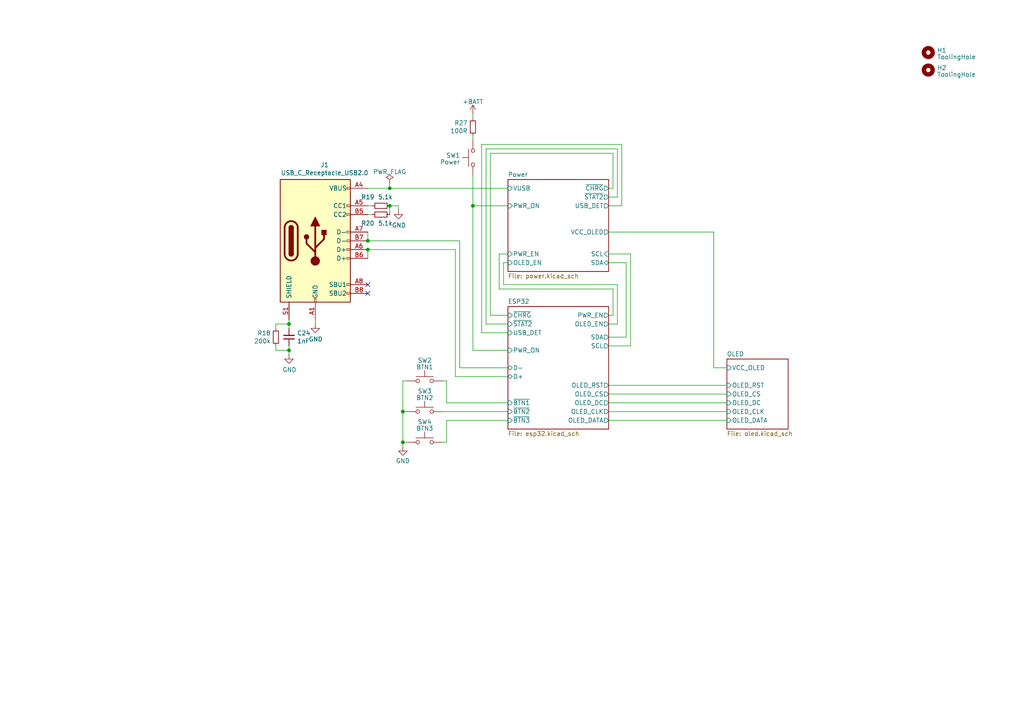
<source format=kicad_sch>
(kicad_sch (version 20230121) (generator eeschema)
  (paper "A4")
  (lib_symbols
    (symbol "Connector:USB_C_Receptacle_USB2.0" (pin_names (offset 1.016))
      (property "Reference" "J" (at -10.16 19.05 0))
      (property "Value" "USB_C_Receptacle_USB2.0" (at 19.05 19.05 0))
      (symbol "USB_C_Receptacle_USB2.0_0_0"
        (rectangle (start -0.254 -17.78) (end 0.254 -16.764))
        (rectangle (start 10.16 -14.986) (end 9.144 -15.494))
        (rectangle (start 10.16 -12.446) (end 9.144 -12.954))
        (rectangle (start 10.16 -4.826) (end 9.144 -5.334))
        (rectangle (start 10.16 -2.286) (end 9.144 -2.794))
        (rectangle (start 10.16 0.254) (end 9.144 -0.254))
        (rectangle (start 10.16 2.794) (end 9.144 2.286))
        (rectangle (start 10.16 7.874) (end 9.144 7.366))
        (rectangle (start 10.16 10.414) (end 9.144 9.906))
        (rectangle (start 10.16 15.494) (end 9.144 14.986))
      )
      (symbol "USB_C_Receptacle_USB2.0_0_1"
        (rectangle (start -10.16 17.78) (end 10.16 -17.78) (stroke (width 0.254)) (fill (type background)))
        (arc (start -8.89 -3.81) (mid -6.985 -5.7067) (end -5.08 -3.81) (stroke (width 0.508)))
        (arc (start -7.62 -3.81) (mid -6.985 -4.4423) (end -6.35 -3.81) (stroke (width 0.254)))
        (arc (start -7.62 -3.81) (mid -6.985 -4.4423) (end -6.35 -3.81) (stroke (width 0.254)) (fill (type outline)))
        (rectangle (start -7.62 -3.81) (end -6.35 3.81) (stroke (width 0.254)) (fill (type outline)))
        (arc (start -6.35 3.81) (mid -6.985 4.4423) (end -7.62 3.81) (stroke (width 0.254)))
        (arc (start -6.35 3.81) (mid -6.985 4.4423) (end -7.62 3.81) (stroke (width 0.254)) (fill (type outline)))
        (arc (start -5.08 3.81) (mid -6.985 5.7067) (end -8.89 3.81) (stroke (width 0.508)))
        (circle (center -2.54 1.143) (radius 0.635) (stroke (width 0.254)) (fill (type outline)))
        (circle (center 0 -5.842) (radius 1.27) (fill (type outline)))
        (polyline (pts (xy -8.89 -3.81) (xy -8.89 3.81)) (stroke (width 0.508)))
        (polyline (pts (xy -5.08 3.81) (xy -5.08 -3.81)) (stroke (width 0.508)))
        (polyline (pts (xy 0 -5.842) (xy 0 4.318)) (stroke (width 0.508)))
        (polyline (pts (xy 0 -3.302) (xy -2.54 -0.762) (xy -2.54 0.508)) (stroke (width 0.508)))
        (polyline (pts (xy 0 -2.032) (xy 2.54 0.508) (xy 2.54 1.778)) (stroke (width 0.508)))
        (polyline (pts (xy -1.27 4.318) (xy 0 6.858) (xy 1.27 4.318) (xy -1.27 4.318)) (stroke (width 0.254)) (fill (type outline)))
        (rectangle (start 1.905 1.778) (end 3.175 3.048) (stroke (width 0.254)) (fill (type outline)))
      )
      (symbol "USB_C_Receptacle_USB2.0_1_1"
        (pin passive line (at 0 -22.86 90) (length 5.08) (name "GND") (number "A1"))
        (pin passive line (at 0 -22.86 90) (length 5.08) hide (name "GND") (number "A12"))
        (pin passive line (at 15.24 15.24 180) (length 5.08) (name "VBUS") (number "A4"))
        (pin bidirectional line (at 15.24 10.16 180) (length 5.08) (name "CC1") (number "A5"))
        (pin bidirectional line (at 15.24 -2.54 180) (length 5.08) (name "D+") (number "A6"))
        (pin bidirectional line (at 15.24 2.54 180) (length 5.08) (name "D-") (number "A7"))
        (pin bidirectional line (at 15.24 -12.7 180) (length 5.08) (name "SBU1") (number "A8"))
        (pin passive line (at 15.24 15.24 180) (length 5.08) hide (name "VBUS") (number "A9"))
        (pin passive line (at 0 -22.86 90) (length 5.08) hide (name "GND") (number "B1"))
        (pin passive line (at 0 -22.86 90) (length 5.08) hide (name "GND") (number "B12"))
        (pin passive line (at 15.24 15.24 180) (length 5.08) hide (name "VBUS") (number "B4"))
        (pin bidirectional line (at 15.24 7.62 180) (length 5.08) (name "CC2") (number "B5"))
        (pin bidirectional line (at 15.24 -5.08 180) (length 5.08) (name "D+") (number "B6"))
        (pin bidirectional line (at 15.24 0 180) (length 5.08) (name "D-") (number "B7"))
        (pin bidirectional line (at 15.24 -15.24 180) (length 5.08) (name "SBU2") (number "B8"))
        (pin passive line (at 15.24 15.24 180) (length 5.08) hide (name "VBUS") (number "B9"))
        (pin passive line (at -7.62 -22.86 90) (length 5.08) (name "SHIELD") (number "S1"))
      )
    )
    (symbol "Device:C_Small" (pin_numbers hide) (pin_names (offset 0.254) hide)
      (property "Reference" "C" (at 0.254 1.778 0))
      (property "Value" "C_Small" (at 0.254 -2.032 0))
      (symbol "C_Small_0_1"
        (polyline (pts (xy -1.524 -0.508) (xy 1.524 -0.508)) (stroke (width 0.3302)))
        (polyline (pts (xy -1.524 0.508) (xy 1.524 0.508)) (stroke (width 0.3048)))
      )
      (symbol "C_Small_1_1"
        (pin passive line (at 0 2.54 270) (length 2.032) (name "~") (number "1"))
        (pin passive line (at 0 -2.54 90) (length 2.032) (name "~") (number "2"))
      )
    )
    (symbol "Device:R_Small" (pin_numbers hide) (pin_names (offset 0.254) hide)
      (property "Reference" "R" (at 0.762 0.508 0))
      (property "Value" "R_Small" (at 0.762 -1.016 0))
      (symbol "R_Small_0_1"
        (rectangle (start -0.762 1.778) (end 0.762 -1.778) (stroke (width 0.2032)))
      )
      (symbol "R_Small_1_1"
        (pin passive line (at 0 2.54 270) (length 0.762) (name "~") (number "1"))
        (pin passive line (at 0 -2.54 90) (length 0.762) (name "~") (number "2"))
      )
    )
    (symbol "Mechanical:MountingHole" (pin_names (offset 1.016))
      (property "Reference" "H" (at 0 5.08 0))
      (property "Value" "MountingHole" (at 0 3.175 0))
      (symbol "MountingHole_0_1"
        (circle (center 0 0) (radius 1.27) (stroke (width 1.27)))
      )
    )
    (symbol "Switch:SW_Push" (pin_numbers hide) (pin_names (offset 1.016) hide)
      (property "Reference" "SW" (at 1.27 2.54 0))
      (property "Value" "SW_Push" (at 0 -1.524 0))
      (symbol "SW_Push_0_1"
        (circle (center -2.032 0) (radius 0.508))
        (polyline (pts (xy 0 1.27) (xy 0 3.048)))
        (polyline (pts (xy 2.54 1.27) (xy -2.54 1.27)))
        (circle (center 2.032 0) (radius 0.508))
        (pin passive line (at -5.08 0 0) (length 2.54) (name "1") (number "1"))
        (pin passive line (at 5.08 0 180) (length 2.54) (name "2") (number "2"))
      )
    )
    (symbol "power:+BATT" (power) (pin_names (offset 0))
      (property "Value" "+BATT" (at 0 3.556 0))
      (symbol "+BATT_0_1"
        (polyline (pts (xy -0.762 1.27) (xy 0 2.54)))
        (polyline (pts (xy 0 0) (xy 0 2.54)))
        (polyline (pts (xy 0 2.54) (xy 0.762 1.27)))
      )
      (symbol "+BATT_1_1"
        (pin power_in line (at 0 0 90) (length 0) hide (name "+BATT") (number "1"))
      )
    )
    (symbol "power:GND" (power) (pin_names (offset 0))
      (property "Value" "GND" (at 0 -3.81 0))
      (symbol "GND_0_1"
        (polyline (pts (xy 0 0) (xy 0 -1.27) (xy 1.27 -1.27) (xy 0 -2.54) (xy -1.27 -1.27) (xy 0 -1.27)))
      )
      (symbol "GND_1_1"
        (pin power_in line (at 0 0 270) (length 0) hide (name "GND") (number "1"))
      )
    )
    (symbol "power:PWR_FLAG" (power) (pin_numbers hide) (pin_names (offset 0) hide)
      (property "Value" "PWR_FLAG" (at 0 3.81 0))
      (symbol "PWR_FLAG_0_0"
        (pin power_out line (at 0 0 90) (length 0) (name "pwr") (number "1"))
      )
      (symbol "PWR_FLAG_0_1"
        (polyline (pts (xy 0 0) (xy 0 1.27) (xy -1.016 1.905) (xy 0 2.54) (xy 1.016 1.905) (xy 0 1.27)))
      )
    )
  )
  (junction (at 113.03 54.61))
  (junction (at 106.68 69.85))
  (junction (at 137.16 59.69))
  (junction (at 116.84 128.27))
  (junction (at 83.82 101.6))
  (junction (at 113.03 59.69))
  (junction (at 106.68 72.39))
  (junction (at 116.84 119.38))
  (junction (at 83.82 93.98))
  (no_connect (at 106.68 82.55))
  (no_connect (at 106.68 85.09))
  (wire (pts (xy 80.01 100.33) (xy 80.01 101.6)))
  (wire (pts (xy 147.32 91.44) (xy 142.24 91.44)))
  (wire (pts (xy 106.68 54.61) (xy 113.03 54.61)))
  (wire (pts (xy 142.24 44.45) (xy 177.8 44.45)))
  (wire (pts (xy 113.03 53.34) (xy 113.03 54.61)))
  (wire (pts (xy 83.82 93.98) (xy 80.01 93.98)))
  (wire (pts (xy 113.03 54.61) (xy 147.32 54.61)))
  (wire (pts (xy 116.84 119.38) (xy 116.84 110.49)))
  (wire (pts (xy 139.7 96.52) (xy 139.7 41.91)))
  (wire (pts (xy 176.53 121.92) (xy 210.82 121.92)))
  (wire (pts (xy 147.32 109.22) (xy 132.08 109.22)))
  (wire (pts (xy 147.32 106.68) (xy 133.35 106.68)))
  (wire (pts (xy 106.68 72.39) (xy 132.08 72.39)))
  (wire (pts (xy 91.44 93.98) (xy 91.44 92.71)))
  (wire (pts (xy 116.84 128.27) (xy 118.11 128.27)))
  (wire (pts (xy 176.53 59.69) (xy 180.34 59.69)))
  (wire (pts (xy 181.61 76.2) (xy 181.61 97.79)))
  (wire (pts (xy 115.57 59.69) (xy 115.57 60.96)))
  (wire (pts (xy 140.97 93.98) (xy 147.32 93.98)))
  (wire (pts (xy 176.53 57.15) (xy 179.07 57.15)))
  (wire (pts (xy 177.8 44.45) (xy 177.8 54.61)))
  (wire (pts (xy 179.07 43.18) (xy 140.97 43.18)))
  (wire (pts (xy 137.16 50.8) (xy 137.16 59.69)))
  (wire (pts (xy 180.34 41.91) (xy 180.34 59.69)))
  (wire (pts (xy 142.24 44.45) (xy 142.24 91.44)))
  (wire (pts (xy 146.05 82.55) (xy 179.07 82.55)))
  (wire (pts (xy 207.01 67.31) (xy 207.01 106.68)))
  (wire (pts (xy 144.78 73.66) (xy 144.78 83.82)))
  (wire (pts (xy 182.88 73.66) (xy 176.53 73.66)))
  (wire (pts (xy 176.53 114.3) (xy 210.82 114.3)))
  (wire (pts (xy 80.01 93.98) (xy 80.01 95.25)))
  (wire (pts (xy 129.54 110.49) (xy 128.27 110.49)))
  (wire (pts (xy 113.03 59.69) (xy 115.57 59.69)))
  (wire (pts (xy 207.01 106.68) (xy 210.82 106.68)))
  (wire (pts (xy 106.68 72.39) (xy 106.68 74.93)))
  (wire (pts (xy 176.53 93.98) (xy 179.07 93.98)))
  (wire (pts (xy 128.27 119.38) (xy 147.32 119.38)))
  (wire (pts (xy 176.53 76.2) (xy 181.61 76.2)))
  (wire (pts (xy 146.05 76.2) (xy 146.05 82.55)))
  (wire (pts (xy 116.84 119.38) (xy 118.11 119.38)))
  (wire (pts (xy 83.82 102.87) (xy 83.82 101.6)))
  (wire (pts (xy 176.53 100.33) (xy 182.88 100.33)))
  (wire (pts (xy 176.53 116.84) (xy 210.82 116.84)))
  (wire (pts (xy 80.01 101.6) (xy 83.82 101.6)))
  (wire (pts (xy 137.16 39.37) (xy 137.16 40.64)))
  (wire (pts (xy 176.53 119.38) (xy 210.82 119.38)))
  (wire (pts (xy 106.68 69.85) (xy 133.35 69.85)))
  (wire (pts (xy 106.68 67.31) (xy 106.68 69.85)))
  (wire (pts (xy 176.53 111.76) (xy 210.82 111.76)))
  (wire (pts (xy 129.54 121.92) (xy 147.32 121.92)))
  (wire (pts (xy 146.05 76.2) (xy 147.32 76.2)))
  (wire (pts (xy 129.54 116.84) (xy 147.32 116.84)))
  (wire (pts (xy 116.84 110.49) (xy 118.11 110.49)))
  (wire (pts (xy 177.8 83.82) (xy 177.8 91.44)))
  (wire (pts (xy 144.78 83.82) (xy 177.8 83.82)))
  (wire (pts (xy 133.35 69.85) (xy 133.35 106.68)))
  (wire (pts (xy 179.07 57.15) (xy 179.07 43.18)))
  (wire (pts (xy 107.95 59.69) (xy 106.68 59.69)))
  (wire (pts (xy 144.78 73.66) (xy 147.32 73.66)))
  (wire (pts (xy 116.84 129.54) (xy 116.84 128.27)))
  (wire (pts (xy 116.84 128.27) (xy 116.84 119.38)))
  (wire (pts (xy 179.07 82.55) (xy 179.07 93.98)))
  (wire (pts (xy 176.53 97.79) (xy 181.61 97.79)))
  (wire (pts (xy 83.82 95.25) (xy 83.82 93.98)))
  (wire (pts (xy 182.88 73.66) (xy 182.88 100.33)))
  (wire (pts (xy 132.08 72.39) (xy 132.08 109.22)))
  (wire (pts (xy 139.7 41.91) (xy 180.34 41.91)))
  (wire (pts (xy 147.32 101.6) (xy 137.16 101.6)))
  (wire (pts (xy 137.16 33.02) (xy 137.16 34.29)))
  (wire (pts (xy 140.97 43.18) (xy 140.97 93.98)))
  (wire (pts (xy 128.27 128.27) (xy 129.54 128.27)))
  (wire (pts (xy 129.54 121.92) (xy 129.54 128.27)))
  (wire (pts (xy 113.03 62.23) (xy 113.03 59.69)))
  (wire (pts (xy 137.16 59.69) (xy 147.32 59.69)))
  (wire (pts (xy 83.82 101.6) (xy 83.82 100.33)))
  (wire (pts (xy 147.32 96.52) (xy 139.7 96.52)))
  (wire (pts (xy 106.68 62.23) (xy 107.95 62.23)))
  (wire (pts (xy 177.8 54.61) (xy 176.53 54.61)))
  (wire (pts (xy 83.82 93.98) (xy 83.82 92.71)))
  (wire (pts (xy 129.54 116.84) (xy 129.54 110.49)))
  (wire (pts (xy 176.53 67.31) (xy 207.01 67.31)))
  (wire (pts (xy 137.16 59.69) (xy 137.16 101.6)))
  (wire (pts (xy 176.53 91.44) (xy 177.8 91.44)))
  (symbol (lib_id "Switch:SW_Push") (at 123.19 128.27 0) (unit 1)
    (property "Reference" "SW4" (at 123.19 122.3391 0))
    (property "Value" "BTN3" (at 123.19 124.2601 0))
    (property "Footprint" "Button_Switch_SMD:SW_SPST_B3U-3000P-B" (effects hide))
    (property "Datasheet" "https://www.mouser.de/datasheet/2/307/en-b3u-3615.pdf" (effects hide))
  )
  (symbol (lib_id "power:GND") (at 116.84 129.54 0) (unit 1)
    (property "Reference" "#PWR071" (effects hide))
    (property "Value" "GND" (at 116.84 133.6755 0))
  )
  (symbol (lib_id "Device:R_Small") (at 110.49 59.69 90) (mirror x) (unit 1)
    (property "Reference" "R19" (at 106.68 57.15 90))
    (property "Value" "5.1k" (at 111.76 57.15 90))
    (property "Footprint" "Resistor_SMD:R_0402_1005Metric" (effects hide))
    (property "LCSC" "C25905" (effects hide))
  )
  (symbol (lib_id "Device:C_Small") (at 83.82 97.79 180) (unit 1)
    (property "Reference" "C24" (at 86.1568 96.6216 0) (effects (justify right)))
    (property "Value" "1nF" (at 86.1568 98.933 0) (effects (justify right)))
    (property "Footprint" "Capacitor_SMD:C_1206_3216Metric" (effects hide))
    (property "LCSC" "C35216" (effects hide))
  )
  (symbol (lib_id "Device:R_Small") (at 80.01 97.79 0) (mirror x) (unit 1)
    (property "Reference" "R18" (at 78.5368 96.6216 0) (effects (justify right)))
    (property "Value" "200k" (at 78.5368 98.933 0) (effects (justify right)))
    (property "Footprint" "Resistor_SMD:R_0805_2012Metric" (effects hide))
    (property "LCSC" "C17539" (effects hide))
  )
  (symbol (lib_id "power:+BATT") (at 137.16 33.02 0) (mirror y) (unit 1)
    (property "Reference" "#PWR053" (effects hide))
    (property "Value" "+BATT" (at 137.16 29.5181 0))
  )
  (symbol (lib_id "Mechanical:MountingHole") (at 269.24 20.32 0) (unit 1)
    (property "Reference" "H2" (at 271.78 19.6763 0) (effects (justify left)))
    (property "Value" "ToolingHole" (at 271.78 21.5973 0) (effects (justify left)))
    (property "Footprint" "ToolingHole:ToolingHole_JLCSMT" (effects hide))
  )
  (symbol (lib_id "power:PWR_FLAG") (at 113.03 53.34 0) (unit 1)
    (property "Reference" "#FLG01" (effects hide))
    (property "Value" "PWR_FLAG" (at 113.03 49.8381 0))
  )
  (symbol (lib_id "Switch:SW_Push") (at 123.19 110.49 0) (unit 1)
    (property "Reference" "SW2" (at 123.19 104.5591 0))
    (property "Value" "BTN1" (at 123.19 106.4801 0))
    (property "Footprint" "Button_Switch_SMD:SW_SPST_B3U-3000P-B" (effects hide))
    (property "Datasheet" "https://www.mouser.de/datasheet/2/307/en-b3u-3615.pdf" (effects hide))
  )
  (symbol (lib_id "Switch:SW_Push") (at 137.16 45.72 90) (mirror x) (unit 1)
    (property "Reference" "SW1" (at 133.477 45.0763 90) (effects (justify left)))
    (property "Value" "Power" (at 133.477 46.9973 90) (effects (justify left)))
    (property "Footprint" "Button_Switch_SMD:SW_SPST_B3U-3000P-B" (effects hide))
    (property "Datasheet" "https://www.mouser.de/datasheet/2/307/en-b3u-3615.pdf" (effects hide))
  )
  (symbol (lib_id "Mechanical:MountingHole") (at 269.24 15.24 0) (unit 1)
    (property "Reference" "H1" (at 271.78 14.5963 0) (effects (justify left)))
    (property "Value" "ToolingHole" (at 271.78 16.5173 0) (effects (justify left)))
    (property "Footprint" "ToolingHole:ToolingHole_JLCSMT" (effects hide))
  )
  (symbol (lib_id "Device:R_Small") (at 110.49 62.23 270) (mirror x) (unit 1)
    (property "Reference" "R20" (at 106.68 64.77 90))
    (property "Value" "5.1k" (at 111.76 64.77 90))
    (property "Footprint" "Resistor_SMD:R_0402_1005Metric" (effects hide))
    (property "LCSC" "C25905" (effects hide))
  )
  (symbol (lib_id "power:GND") (at 91.44 93.98 0) (unit 1)
    (property "Reference" "#PWR057" (effects hide))
    (property "Value" "GND" (at 91.567 98.3742 0))
  )
  (symbol (lib_id "power:GND") (at 83.82 102.87 0) (unit 1)
    (property "Reference" "#PWR043" (effects hide))
    (property "Value" "GND" (at 83.947 107.2642 0))
  )
  (symbol (lib_id "power:GND") (at 115.57 60.96 0) (unit 1)
    (property "Reference" "#PWR059" (effects hide))
    (property "Value" "GND" (at 115.697 65.3542 0))
  )
  (symbol (lib_id "Connector:USB_C_Receptacle_USB2.0") (at 91.44 69.85 0) (unit 1)
    (property "Reference" "J1" (at 94.1578 47.8282 0))
    (property "Value" "USB_C_Receptacle_USB2.0" (at 94.1578 50.1396 0))
    (property "Footprint" "Connector_USB:USB_C_Receptacle_Palconn_UTC16-G" (effects hide))
    (property "Datasheet" "https://www.usb.org/sites/default/files/documents/usb_type-c.zip" (effects hide))
    (property "LCSC" "C167321" (effects hide))
  )
  (symbol (lib_id "Switch:SW_Push") (at 123.19 119.38 0) (unit 1)
    (property "Reference" "SW3" (at 123.19 113.4491 0))
    (property "Value" "BTN2" (at 123.19 115.3701 0))
    (property "Footprint" "Button_Switch_SMD:SW_SPST_B3U-3000P-B" (effects hide))
    (property "Datasheet" "https://www.mouser.de/datasheet/2/307/en-b3u-3615.pdf" (effects hide))
  )
  (symbol (lib_id "Device:R_Small") (at 137.16 36.83 0) (mirror y) (unit 1)
    (property "Reference" "R27" (at 135.6614 35.6616 0) (effects (justify left)))
    (property "Value" "100R" (at 135.6614 37.973 0) (effects (justify left)))
    (property "Footprint" "Resistor_SMD:R_0402_1005Metric" (effects hide))
    (property "LCSC" "C25076" (effects hide))
  )
  (sheet (at 147.32 88.9) (size 29.21 35.56) (stroke (width 0.1524))
    (property "Sheetname" "ESP32" (at 147.32 88.1884 0) (effects (justify left bottom)))
    (property "Sheetfile" "esp32.kicad_sch" (at 147.32 125.0446 0) (effects (justify left top)))
    (pin "D-" bidirectional (at 147.32 106.68 180))
    (pin "D+" bidirectional (at 147.32 109.22 180))
    (pin "SCL" output (at 176.53 100.33 0))
    (pin "SDA" output (at 176.53 97.79 0))
    (pin "PWR_EN" output (at 176.53 91.44 0))
    (pin "OLED_RST" output (at 176.53 111.76 0))
    (pin "OLED_CS" output (at 176.53 114.3 0))
    (pin "OLED_DC" output (at 176.53 116.84 0))
    (pin "OLED_CLK" output (at 176.53 119.38 0))
    (pin "OLED_DATA" output (at 176.53 121.92 0))
    (pin "OLED_EN" output (at 176.53 93.98 0))
    (pin "~{CHRG}" input (at 147.32 91.44 180))
    (pin "~{STAT2}" input (at 147.32 93.98 180))
    (pin "PWR_ON" input (at 147.32 101.6 180))
    (pin "~{BTN2}" input (at 147.32 119.38 180))
    (pin "~{BTN3}" input (at 147.32 121.92 180))
    (pin "~{BTN1}" input (at 147.32 116.84 180))
    (pin "USB_DET" input (at 147.32 96.52 180))
  )
  (sheet (at 210.82 104.14) (size 17.78 20.32) (stroke (width 0.1524))
    (property "Sheetname" "OLED" (at 210.82 103.4284 0) (effects (justify left bottom)))
    (property "Sheetfile" "oled.kicad_sch" (at 210.82 125.0446 0) (effects (justify left top)))
    (pin "OLED_CLK" input (at 210.82 119.38 180))
    (pin "OLED_DATA" input (at 210.82 121.92 180))
    (pin "OLED_CS" input (at 210.82 114.3 180))
    (pin "OLED_DC" input (at 210.82 116.84 180))
    (pin "OLED_RST" input (at 210.82 111.76 180))
    (pin "VCC_OLED" input (at 210.82 106.68 180))
  )
  (sheet (at 147.32 52.07) (size 29.21 26.67) (stroke (width 0.1524))
    (property "Sheetname" "Power" (at 147.32 51.3584 0) (effects (justify left bottom)))
    (property "Sheetfile" "power.kicad_sch" (at 147.32 79.3246 0) (effects (justify left top)))
    (pin "VCC_OLED" output (at 176.53 67.31 0))
    (pin "OLED_EN" input (at 147.32 76.2 180))
    (pin "SDA" bidirectional (at 176.53 76.2 0))
    (pin "SCL" input (at 176.53 73.66 0))
    (pin "PWR_EN" input (at 147.32 73.66 180))
    (pin "~{STAT2}" output (at 176.53 57.15 0))
    (pin "~{CHRG}" output (at 176.53 54.61 0))
    (pin "PWR_ON" input (at 147.32 59.69 180))
    (pin "VUSB" input (at 147.32 54.61 180))
    (pin "USB_DET" output (at 176.53 59.69 0))
  )
)
</source>
